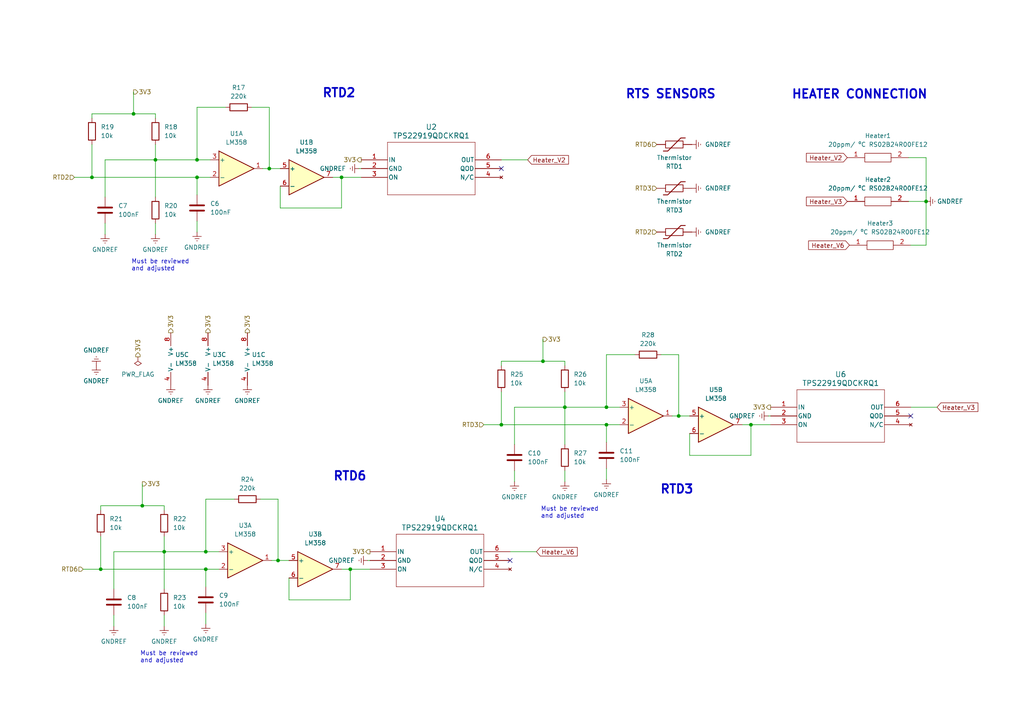
<source format=kicad_sch>
(kicad_sch (version 20230121) (generator eeschema)
  (paper "A4")
  (title_block (title "Heater Circuit") (date "2023-08-22") (comment 1 "Vitória Beatriz Bianchin <vitoriabbianchin@gmail.com>"))
  (lib_symbols
    (symbol "Amplifier_Operational:LM358" (pin_names (offset 0.127))
      (property "Reference" "U" (at 0 5.08 0))
      (property "Value" "LM358" (at 0 -5.08 0))
      (symbol "LM358_1_1"
        (polyline (pts (xy -5.08 5.08) (xy 5.08 0) (xy -5.08 -5.08) (xy -5.08 5.08)) (stroke (width 0.254)) (fill (type background)))
        (pin output line (at 7.62 0 180) (length 2.54) (name "~") (number "1"))
        (pin input line (at -7.62 -2.54 0) (length 2.54) (name "-") (number "2"))
        (pin input line (at -7.62 2.54 0) (length 2.54) (name "+") (number "3"))
      )
      (symbol "LM358_2_1"
        (polyline (pts (xy -5.08 5.08) (xy 5.08 0) (xy -5.08 -5.08) (xy -5.08 5.08)) (stroke (width 0.254)) (fill (type background)))
        (pin input line (at -7.62 2.54 0) (length 2.54) (name "+") (number "5"))
        (pin input line (at -7.62 -2.54 0) (length 2.54) (name "-") (number "6"))
        (pin output line (at 7.62 0 180) (length 2.54) (name "~") (number "7"))
      )
      (symbol "LM358_3_1"
        (pin power_in line (at -2.54 -7.62 90) (length 3.81) (name "V-") (number "4"))
        (pin power_in line (at -2.54 7.62 270) (length 3.81) (name "V+") (number "8"))
      )
    )
    (symbol "Device:C" (pin_numbers hide) (pin_names (offset 0.254))
      (property "Reference" "C" (at 0.635 2.54 0))
      (property "Value" "C" (at 0.635 -2.54 0))
      (symbol "C_0_1"
        (polyline (pts (xy -2.032 -0.762) (xy 2.032 -0.762)) (stroke (width 0.508)))
        (polyline (pts (xy -2.032 0.762) (xy 2.032 0.762)) (stroke (width 0.508)))
      )
      (symbol "C_1_1"
        (pin passive line (at 0 3.81 270) (length 2.794) (name "~") (number "1"))
        (pin passive line (at 0 -3.81 90) (length 2.794) (name "~") (number "2"))
      )
    )
    (symbol "Device:R" (pin_numbers hide) (pin_names (offset 0))
      (property "Reference" "R" (at 2.032 0 90))
      (property "Value" "R" (at 0 0 90))
      (symbol "R_0_1"
        (rectangle (start -1.016 -2.54) (end 1.016 2.54) (stroke (width 0.254)))
      )
      (symbol "R_1_1"
        (pin passive line (at 0 3.81 270) (length 1.27) (name "~") (number "1"))
        (pin passive line (at 0 -3.81 90) (length 1.27) (name "~") (number "2"))
      )
    )
    (symbol "Device:Thermistor" (pin_numbers hide) (pin_names (offset 0))
      (property "Reference" "TH" (at 2.54 1.27 90))
      (property "Value" "Thermistor" (at -2.54 0 90))
      (symbol "Thermistor_0_1"
        (rectangle (start -1.016 2.54) (end 1.016 -2.54) (stroke (width 0.2032)))
        (polyline (pts (xy -1.905 3.175) (xy -1.905 1.905) (xy 1.905 -1.905) (xy 1.905 -3.175) (xy 1.905 -3.175)) (stroke (width 0.254)))
      )
      (symbol "Thermistor_1_1"
        (pin passive line (at 0 5.08 270) (length 2.54) (name "~") (number "1"))
        (pin passive line (at 0 -5.08 90) (length 2.54) (name "~") (number "2"))
      )
    )
    (symbol "RS02B24R00FE12:RS02B24R00FE12" (pin_names (offset 0.762))
      (property "Reference" "R" (at 13.97 6.35 0))
      (property "Value" "RS02B24R00FE12" (at 13.97 3.81 0))
      (symbol "RS02B24R00FE12_0_0"
        (pin passive line (at 0 0 0) (length 5.08) (name "~") (number "1"))
        (pin passive line (at 17.78 0 180) (length 5.08) (name "~") (number "2"))
      )
      (symbol "RS02B24R00FE12_0_1"
        (polyline (pts (xy 5.08 1.27) (xy 12.7 1.27) (xy 12.7 -1.27) (xy 5.08 -1.27) (xy 5.08 1.27)) (stroke (width 0.1524)))
      )
    )
    (symbol "TPS22919QDCKRQ1:TPS22919QDCKRQ1" (pin_names (offset 0.254))
      (property "Reference" "U2" (at 20.32 9.525 0))
      (property "Value" "TPS22919QDCKRQ1" (at 20.32 6.985 0))
      (symbol "TPS22919QDCKRQ1_0_1"
        (polyline (pts (xy 7.62 -10.16) (xy 33.02 -10.16)) (stroke (width 0.127)))
        (polyline (pts (xy 7.62 5.08) (xy 7.62 -10.16)) (stroke (width 0.127)))
        (polyline (pts (xy 33.02 -10.16) (xy 33.02 5.08)) (stroke (width 0.127)))
        (polyline (pts (xy 33.02 5.08) (xy 7.62 5.08)) (stroke (width 0.127)))
        (pin unspecified line (at 0 0 0) (length 7.62) (name "IN") (number "1"))
        (pin unspecified line (at 0 -5.08 0) (length 7.62) (name "ON") (number "3"))
        (pin no_connect line (at 40.64 -5.08 180) (length 7.62) (name "N/C") (number "4"))
        (pin unspecified line (at 40.64 -2.54 180) (length 7.62) (name "QOD") (number "5"))
        (pin output line (at 40.64 0 180) (length 7.62) (name "OUT") (number "6"))
      )
      (symbol "TPS22919QDCKRQ1_1_1"
        (pin passive line (at 0 -2.54 0) (length 7.62) (name "GND") (number "2"))
      )
    )
    (symbol "TPS22919QDCKRQ1_1" (pin_names (offset 0.254))
      (property "Reference" "U4" (at 20.32 9.525 0))
      (property "Value" "TPS22919QDCKRQ1" (at 20.32 6.985 0))
      (symbol "TPS22919QDCKRQ1_1_0_1"
        (polyline (pts (xy 7.62 -10.16) (xy 33.02 -10.16)) (stroke (width 0.127)))
        (polyline (pts (xy 7.62 5.08) (xy 7.62 -10.16)) (stroke (width 0.127)))
        (polyline (pts (xy 33.02 -10.16) (xy 33.02 5.08)) (stroke (width 0.127)))
        (polyline (pts (xy 33.02 5.08) (xy 7.62 5.08)) (stroke (width 0.127)))
        (pin unspecified line (at 0 0 0) (length 7.62) (name "IN") (number "1"))
        (pin unspecified line (at 0 -5.08 0) (length 7.62) (name "ON") (number "3"))
        (pin no_connect line (at 40.64 -5.08 180) (length 7.62) (name "N/C") (number "4"))
        (pin unspecified line (at 40.64 -2.54 180) (length 7.62) (name "QOD") (number "5"))
        (pin output line (at 40.64 0 180) (length 7.62) (name "OUT") (number "6"))
      )
      (symbol "TPS22919QDCKRQ1_1_1_1"
        (pin passive line (at 0 -2.54 0) (length 7.62) (name "GND") (number "2"))
      )
    )
    (symbol "TPS22919QDCKRQ1_2" (pin_names (offset 0.254))
      (property "Reference" "U6" (at 20.32 9.525 0))
      (property "Value" "TPS22919QDCKRQ1" (at 20.32 6.985 0))
      (symbol "TPS22919QDCKRQ1_2_0_1"
        (polyline (pts (xy 7.62 -10.16) (xy 33.02 -10.16)) (stroke (width 0.127)))
        (polyline (pts (xy 7.62 5.08) (xy 7.62 -10.16)) (stroke (width 0.127)))
        (polyline (pts (xy 33.02 -10.16) (xy 33.02 5.08)) (stroke (width 0.127)))
        (polyline (pts (xy 33.02 5.08) (xy 7.62 5.08)) (stroke (width 0.127)))
        (pin unspecified line (at 0 0 0) (length 7.62) (name "IN") (number "1"))
        (pin unspecified line (at 0 -5.08 0) (length 7.62) (name "ON") (number "3"))
        (pin no_connect line (at 40.64 -5.08 180) (length 7.62) (name "N/C") (number "4"))
        (pin unspecified line (at 40.64 -2.54 180) (length 7.62) (name "QOD") (number "5"))
        (pin output line (at 40.64 0 180) (length 7.62) (name "OUT") (number "6"))
      )
      (symbol "TPS22919QDCKRQ1_2_1_1"
        (pin passive line (at 0 -2.54 0) (length 7.62) (name "GND") (number "2"))
      )
    )
    (symbol "power:GNDREF" (power) (pin_names (offset 0))
      (property "Value" "GNDREF" (at 0 -3.81 0))
      (symbol "GNDREF_0_1"
        (polyline (pts (xy -0.635 -1.905) (xy 0.635 -1.905)))
        (polyline (pts (xy -0.127 -2.54) (xy 0.127 -2.54)))
        (polyline (pts (xy 0 -1.27) (xy 0 0)))
        (polyline (pts (xy 1.27 -1.27) (xy -1.27 -1.27)))
      )
      (symbol "GNDREF_1_1"
        (pin power_in line (at 0 0 270) (length 0) hide (name "GNDREF") (number "1"))
      )
    )
    (symbol "power:PWR_FLAG" (power) (pin_numbers hide) (pin_names (offset 0) hide)
      (property "Value" "PWR_FLAG" (at 0 3.81 0))
      (symbol "PWR_FLAG_0_0"
        (pin power_out line (at 0 0 90) (length 0) (name "pwr") (number "1"))
      )
      (symbol "PWR_FLAG_0_1"
        (polyline (pts (xy 0 0) (xy 0 1.27) (xy -1.016 1.905) (xy 0 2.54) (xy 1.016 1.905) (xy 0 1.27)))
      )
    )
  )
  (junction (at 59.69 160.02))
  (junction (at 45.085 46.355))
  (junction (at 57.15 51.435))
  (junction (at 217.805 123.19))
  (junction (at 26.67 51.435))
  (junction (at 99.06 51.435))
  (junction (at 80.645 162.56))
  (junction (at 57.15 46.355))
  (junction (at 145.415 123.19))
  (junction (at 47.625 160.02))
  (junction (at 29.21 165.1))
  (junction (at 41.275 146.685))
  (junction (at 101.6 165.1))
  (junction (at 163.83 118.11))
  (junction (at 196.85 120.65))
  (junction (at 268.605 58.42))
  (junction (at 78.105 48.895))
  (junction (at 59.69 165.1))
  (junction (at 175.895 123.19))
  (junction (at 175.895 118.11))
  (junction (at 157.48 104.775))
  (junction (at 38.735 33.02))
  (no_connect (at 147.955 162.56))
  (no_connect (at 264.16 120.65))
  (no_connect (at 145.415 48.895))
  (wire (pts (xy 223.52 120.65) (xy 222.885 120.65)))
  (wire (pts (xy 47.625 160.02) (xy 59.69 160.02)))
  (wire (pts (xy 99.06 60.325) (xy 81.28 60.325)))
  (wire (pts (xy 33.02 160.02) (xy 33.02 170.815)))
  (wire (pts (xy 101.6 165.1) (xy 107.315 165.1)))
  (wire (pts (xy 145.415 123.19) (xy 175.895 123.19)))
  (wire (pts (xy 215.265 123.19) (xy 217.805 123.19)))
  (wire (pts (xy 145.415 123.19) (xy 140.335 123.19)))
  (wire (pts (xy 196.85 102.87) (xy 191.77 102.87)))
  (wire (pts (xy 264.16 71.12) (xy 268.605 71.12)))
  (wire (pts (xy 59.69 144.78) (xy 67.945 144.78)))
  (wire (pts (xy 83.82 173.99) (xy 83.82 167.64)))
  (wire (pts (xy 45.085 41.91) (xy 45.085 46.355)))
  (wire (pts (xy 149.225 118.11) (xy 163.83 118.11)))
  (wire (pts (xy 76.2 48.895) (xy 78.105 48.895)))
  (wire (pts (xy 45.085 64.77) (xy 45.085 67.945)))
  (wire (pts (xy 78.105 48.895) (xy 78.105 31.115)))
  (wire (pts (xy 45.085 33.02) (xy 38.735 33.02)))
  (wire (pts (xy 59.69 177.8) (xy 59.69 180.975)))
  (wire (pts (xy 30.48 46.355) (xy 30.48 57.15)))
  (wire (pts (xy 163.83 106.045) (xy 163.83 104.775)))
  (wire (pts (xy 175.895 123.19) (xy 175.895 128.27)))
  (wire (pts (xy 80.645 144.78) (xy 75.565 144.78)))
  (wire (pts (xy 99.06 51.435) (xy 99.06 60.325)))
  (wire (pts (xy 175.895 123.19) (xy 179.705 123.19)))
  (wire (pts (xy 101.6 165.1) (xy 101.6 173.99)))
  (wire (pts (xy 47.625 147.955) (xy 47.625 146.685)))
  (wire (pts (xy 57.15 46.355) (xy 60.96 46.355)))
  (wire (pts (xy 99.06 165.1) (xy 101.6 165.1)))
  (wire (pts (xy 268.605 71.12) (xy 268.605 58.42)))
  (wire (pts (xy 106.68 162.56) (xy 107.315 162.56)))
  (wire (pts (xy 47.625 160.02) (xy 47.625 170.815)))
  (wire (pts (xy 145.415 104.775) (xy 145.415 106.045)))
  (wire (pts (xy 47.625 146.685) (xy 41.275 146.685)))
  (wire (pts (xy 96.52 51.435) (xy 99.06 51.435)))
  (wire (pts (xy 33.02 178.435) (xy 33.02 181.61)))
  (wire (pts (xy 26.67 51.435) (xy 57.15 51.435)))
  (wire (pts (xy 57.15 51.435) (xy 57.15 56.515)))
  (wire (pts (xy 81.28 60.325) (xy 81.28 53.975)))
  (wire (pts (xy 26.67 33.02) (xy 26.67 34.29)))
  (wire (pts (xy 145.415 104.775) (xy 157.48 104.775)))
  (wire (pts (xy 145.415 113.665) (xy 145.415 123.19)))
  (wire (pts (xy 163.83 118.11) (xy 163.83 128.905)))
  (wire (pts (xy 29.21 146.685) (xy 41.275 146.685)))
  (wire (pts (xy 29.21 155.575) (xy 29.21 165.1)))
  (wire (pts (xy 196.85 120.65) (xy 196.85 102.87)))
  (wire (pts (xy 59.69 165.1) (xy 59.69 170.18)))
  (wire (pts (xy 175.895 135.89) (xy 175.895 139.065)))
  (wire (pts (xy 149.225 118.11) (xy 149.225 128.905)))
  (wire (pts (xy 30.48 46.355) (xy 45.085 46.355)))
  (wire (pts (xy 29.21 146.685) (xy 29.21 147.955)))
  (wire (pts (xy 45.085 34.29) (xy 45.085 33.02)))
  (wire (pts (xy 57.15 31.115) (xy 65.405 31.115)))
  (wire (pts (xy 33.02 160.02) (xy 47.625 160.02)))
  (wire (pts (xy 175.895 118.11) (xy 175.895 102.87)))
  (wire (pts (xy 57.15 64.135) (xy 57.15 67.31)))
  (wire (pts (xy 99.06 51.435) (xy 104.775 51.435)))
  (wire (pts (xy 263.525 58.42) (xy 268.605 58.42)))
  (wire (pts (xy 163.83 113.665) (xy 163.83 118.11)))
  (wire (pts (xy 38.735 26.67) (xy 38.735 33.02)))
  (wire (pts (xy 263.525 45.72) (xy 268.605 45.72)))
  (wire (pts (xy 104.14 48.895) (xy 104.775 48.895)))
  (wire (pts (xy 47.625 178.435) (xy 47.625 181.61)))
  (wire (pts (xy 200.025 132.08) (xy 200.025 125.73)))
  (wire (pts (xy 217.805 123.19) (xy 223.52 123.19)))
  (wire (pts (xy 194.945 120.65) (xy 196.85 120.65)))
  (wire (pts (xy 78.105 48.895) (xy 81.28 48.895)))
  (wire (pts (xy 145.415 46.355) (xy 153.035 46.355)))
  (wire (pts (xy 175.895 102.87) (xy 184.15 102.87)))
  (wire (pts (xy 47.625 155.575) (xy 47.625 160.02)))
  (wire (pts (xy 59.69 165.1) (xy 63.5 165.1)))
  (wire (pts (xy 29.21 165.1) (xy 59.69 165.1)))
  (wire (pts (xy 149.225 136.525) (xy 149.225 139.7)))
  (wire (pts (xy 78.105 31.115) (xy 73.025 31.115)))
  (wire (pts (xy 264.16 118.11) (xy 271.78 118.11)))
  (wire (pts (xy 163.83 104.775) (xy 157.48 104.775)))
  (wire (pts (xy 217.805 132.08) (xy 200.025 132.08)))
  (wire (pts (xy 41.275 140.335) (xy 41.275 146.685)))
  (wire (pts (xy 57.15 46.355) (xy 57.15 31.115)))
  (wire (pts (xy 29.21 165.1) (xy 24.13 165.1)))
  (wire (pts (xy 59.69 160.02) (xy 59.69 144.78)))
  (wire (pts (xy 175.895 118.11) (xy 179.705 118.11)))
  (wire (pts (xy 57.15 51.435) (xy 60.96 51.435)))
  (wire (pts (xy 217.805 123.19) (xy 217.805 132.08)))
  (wire (pts (xy 147.955 160.02) (xy 155.575 160.02)))
  (wire (pts (xy 26.67 41.91) (xy 26.67 51.435)))
  (wire (pts (xy 163.83 118.11) (xy 175.895 118.11)))
  (wire (pts (xy 163.83 136.525) (xy 163.83 139.7)))
  (wire (pts (xy 80.645 162.56) (xy 83.82 162.56)))
  (wire (pts (xy 26.67 51.435) (xy 21.59 51.435)))
  (wire (pts (xy 59.69 160.02) (xy 63.5 160.02)))
  (wire (pts (xy 78.74 162.56) (xy 80.645 162.56)))
  (wire (pts (xy 101.6 173.99) (xy 83.82 173.99)))
  (wire (pts (xy 196.85 120.65) (xy 200.025 120.65)))
  (wire (pts (xy 26.67 33.02) (xy 38.735 33.02)))
  (wire (pts (xy 45.085 46.355) (xy 57.15 46.355)))
  (wire (pts (xy 268.605 45.72) (xy 268.605 58.42)))
  (wire (pts (xy 45.085 46.355) (xy 45.085 57.15)))
  (wire (pts (xy 30.48 64.77) (xy 30.48 67.945)))
  (wire (pts (xy 157.48 98.425) (xy 157.48 104.775)))
  (wire (pts (xy 80.645 162.56) (xy 80.645 144.78)))
  (text "HEATER CONNECTION" (at 229.4715 28.931 0) (effects (font (size 2.5 2.5) (thickness 0.5) bold) (justify left bottom)))
  (text "Must be reviewed \nand adjusted" (at 38.1 78.74 0) (effects (font (size 1.27 1.27)) (justify left bottom)))
  (text "RTS SENSORS\n" (at 181.2877 28.8605 0) (effects (font (size 2.5 2.5) (thickness 0.5) bold) (justify left bottom)))
  (text "Must be reviewed \nand adjusted" (at 156.845 150.495 0) (effects (font (size 1.27 1.27)) (justify left bottom)))
  (text "RTD2" (at 93.345 28.575 0) (effects (font (size 2.5 2.5) (thickness 0.5) bold) (justify left bottom)))
  (text "RTD3" (at 201.295 143.51 0) (effects (font (size 2.5 2.5) (thickness 0.5) bold) (justify right bottom)))
  (text "Must be reviewed \nand adjusted" (at 40.64 192.405 0) (effects (font (size 1.27 1.27)) (justify left bottom)))
  (text "RTD6" (at 96.52 139.7 0) (effects (font (size 2.5 2.5) (thickness 0.5) bold) (justify left bottom)))
  (global_label "Heater_V6" (shape input) (at 155.575 160.02 0) (property "Intersheetrefs" "${INTERSHEET_REFS}" (effects hide)))
  (global_label "Heater_V3" (shape input) (at 245.745 58.42 180) (property "Intersheetrefs" "${INTERSHEET_REFS}" (effects hide)))
  (global_label "Heater_V2" (shape input) (at 153.035 46.355 0) (property "Intersheetrefs" "${INTERSHEET_REFS}" (effects hide)))
  (global_label "Heater_V3" (shape input) (at 271.78 118.11 0) (property "Intersheetrefs" "${INTERSHEET_REFS}" (effects hide)))
  (global_label "Heater_V2" (shape input) (at 245.745 45.72 180) (property "Intersheetrefs" "${INTERSHEET_REFS}" (effects hide)))
  (global_label "Heater_V6" (shape input) (at 246.38 71.12 180) (property "Intersheetrefs" "${INTERSHEET_REFS}" (effects hide)))
  (hierarchical_label "3V3" (shape output) (at 157.48 98.425 0))
  (hierarchical_label "3V3" (shape output) (at 41.275 140.335 0))
  (hierarchical_label "RTD3" (shape input) (at 190.5 54.61 180))
  (hierarchical_label "3V3" (shape output) (at 104.775 46.355 180))
  (hierarchical_label "RTD2" (shape input) (at 21.59 51.435 180))
  (hierarchical_label "3V3" (shape output) (at 40.005 103.505 90))
  (hierarchical_label "RTD6" (shape input) (at 190.5 41.91 180))
  (hierarchical_label "RTD3" (shape input) (at 140.335 123.19 180))
  (hierarchical_label "3V3" (shape output) (at 49.53 96.52 90))
  (hierarchical_label "3V3" (shape output) (at 107.315 160.02 180))
  (hierarchical_label "3V3" (shape output) (at 60.325 96.52 90))
  (hierarchical_label "RTD2" (shape input) (at 190.5 67.31 180))
  (hierarchical_label "3V3" (shape output) (at 223.52 118.11 180))
  (hierarchical_label "3V3" (shape output) (at 38.735 26.67 0))
  (hierarchical_label "RTD6" (shape input) (at 24.13 165.1 180))
  (hierarchical_label "3V3" (shape output) (at 71.755 96.52 90))
  (symbol (lib_id "Amplifier_Operational:LM358") (at 91.44 165.1 0) (unit 2)
    (property "Reference" "U3" (at 91.44 154.94 0))
    (property "Value" "LM358" (at 91.44 157.48 0))
    (property "Footprint" "Package_SO:SOIC-8_3.9x4.9mm_P1.27mm" (effects hide))
    (property "Datasheet" "http://www.ti.com/lit/ds/symlink/lm2904-n.pdf" (effects hide))
    (property "Partnumber" "LM358BIDR" (effects hide))
  )
  (symbol (lib_id "Amplifier_Operational:LM358") (at 52.07 104.14 0) (unit 3)
    (property "Reference" "U5" (at 50.8 102.87 0) (effects (justify left)))
    (property "Value" "LM358" (at 50.8 105.41 0) (effects (justify left)))
    (property "Footprint" "Package_SO:SOIC-8_3.9x4.9mm_P1.27mm" (effects hide))
    (property "Datasheet" "http://www.ti.com/lit/ds/symlink/lm2904-n.pdf" (effects hide))
    (property "Partnumber" "LM358BIDR" (effects hide))
  )
  (symbol (lib_id "power:PWR_FLAG") (at 40.005 103.505 180) (unit 1)
    (property "Reference" "#FLG04" (effects hide))
    (property "Value" "PWR_FLAG" (at 40.005 108.585 0))
  )
  (symbol (lib_id "Device:R") (at 163.83 109.855 180) (unit 1)
    (property "Reference" "R26" (at 166.37 108.585 0) (effects (justify right)))
    (property "Value" "10k" (at 166.37 111.125 0) (effects (justify right)))
    (property "Footprint" "Resistor_SMD:R_0603_1608Metric_Pad0.98x0.95mm_HandSolder" (effects hide))
  )
  (symbol (lib_id "power:GNDREF") (at 200.66 67.31 90) (unit 1)
    (property "Reference" "#PWR03" (effects hide))
    (property "Value" "GNDREF" (at 204.47 67.31 90) (effects (justify right)))
    (instances (project "bat-module" (path "" (reference "#PWR03") (unit 1)) (path "" (reference "#PWR04") (unit 1)) (path "" (reference "#PWR013") (unit 1))))
  )
  (symbol (lib_id "Device:R") (at 69.215 31.115 90) (unit 1)
    (property "Reference" "R17" (at 69.215 25.4 90))
    (property "Value" "220k" (at 69.215 27.94 90))
    (property "Footprint" "Resistor_SMD:R_0603_1608Metric_Pad0.98x0.95mm_HandSolder" (effects hide))
  )
  (symbol (lib_id "Device:C") (at 57.15 60.325 0) (unit 1)
    (property "Reference" "C6" (at 60.96 59.055 0) (effects (justify left)))
    (property "Value" "100nF" (at 60.96 61.595 0) (effects (justify left)))
    (property "Footprint" "Capacitor_SMD:C_0603_1608Metric_Pad1.08x0.95mm_HandSolder" (effects hide))
  )
  (symbol (lib_id "power:GNDREF") (at 57.15 67.31 0) (unit 1)
    (property "Reference" "#PWR03" (effects hide))
    (property "Value" "GNDREF" (at 57.15 71.755 0))
    (instances (project "bat-module" (path "" (reference "#PWR03") (unit 1)) (path "" (reference "#PWR04") (unit 1)) (path "" (reference "#PWR020") (unit 1))))
  )
  (symbol (lib_id "power:GNDREF") (at 27.94 106.045 0) (unit 1)
    (property "Reference" "#PWR03" (effects hide))
    (property "Value" "GNDREF" (at 27.94 110.49 0))
    (instances (project "bat-module" (path "" (reference "#PWR03") (unit 1)) (path "" (reference "#PWR04") (unit 1)) (path "" (reference "#PWR034") (unit 1))))
  )
  (symbol (lib_id "RS02B24R00FE12:RS02B24R00FE12") (at 245.745 45.72 0) (unit 1)
    (property "Reference" "Heater1" (at 254.635 39.37 0))
    (property "Value" "20ppm/ ºC RS02B24R00FE12" (at 254.635 41.91 0))
    (property "Footprint" "footprints:RS02B24R00FE12" (effects hide))
    (property "Datasheet" "https://www.vishay.com/docs/30204/rsns.pdf" (effects hide))
    (property "Description" "Wirewound Resistors, Industrial, Precision Power, Silicone Coated, Axial Lead" (effects hide))
    (property "Manufacturer_Name" "Vishay" (effects hide))
    (property "Manufacturer_Part_Number" "RS02B24R00FE12" (effects hide))
    (instances (project "bat-module" (path "" (reference "Heater1") (unit 1)) (path "" (reference "Heater6") (unit 1))))
  )
  (symbol (lib_id "RS02B24R00FE12:RS02B24R00FE12") (at 246.38 71.12 0) (unit 1)
    (property "Reference" "Heater3" (at 255.27 64.77 0))
    (property "Value" "20ppm/ ºC RS02B24R00FE12" (at 255.27 67.31 0))
    (property "Footprint" "footprints:RS02B24R00FE12" (effects hide))
    (property "Datasheet" "https://www.vishay.com/docs/30204/rsns.pdf" (effects hide))
    (property "Description" "Wirewound Resistors, Industrial, Precision Power, Silicone Coated, Axial Lead" (effects hide))
    (property "Manufacturer_Name" "Vishay" (effects hide))
    (property "Manufacturer_Part_Number" "RS02B24R00FE12" (effects hide))
    (instances (project "bat-module" (path "" (reference "Heater3") (unit 1)) (path "" (reference "Heater2") (unit 1))))
  )
  (symbol (lib_id "Amplifier_Operational:LM358") (at 207.645 123.19 0) (unit 2)
    (property "Reference" "U5" (at 207.645 113.03 0))
    (property "Value" "LM358" (at 207.645 115.57 0))
    (property "Footprint" "Package_SO:SOIC-8_3.9x4.9mm_P1.27mm" (effects hide))
    (property "Datasheet" "http://www.ti.com/lit/ds/symlink/lm2904-n.pdf" (effects hide))
    (property "Partnumber" "LM358BIDR" (effects hide))
  )
  (symbol (lib_id "power:GNDREF") (at 200.66 41.91 90) (unit 1)
    (property "Reference" "#PWR03" (effects hide))
    (property "Value" "GNDREF" (at 204.47 41.91 90) (effects (justify right)))
    (instances (project "bat-module" (path "" (reference "#PWR03") (unit 1)) (path "" (reference "#PWR04") (unit 1)) (path "" (reference "#PWR07") (unit 1))))
  )
  (symbol (lib_id "Device:Thermistor") (at 195.58 54.61 270) (unit 1)
    (property "Reference" "RTD3" (at 195.58 60.96 90))
    (property "Value" "Thermistor" (at 195.58 58.42 90))
    (property "Footprint" "Resistor_SMD:R_1206_3216Metric_Pad1.30x1.75mm_HandSolder" (effects hide))
    (instances (project "bat-module" (path "" (reference "RTD3") (unit 1)) (path "" (reference "RTD5") (unit 1))))
  )
  (symbol (lib_id "power:GNDREF") (at 27.94 106.045 180) (unit 1)
    (property "Reference" "#PWR03" (effects hide))
    (property "Value" "GNDREF" (at 27.94 101.6 0))
    (instances (project "bat-module" (path "" (reference "#PWR03") (unit 1)) (path "" (reference "#PWR04") (unit 1)) (path "" (reference "#PWR035") (unit 1))))
  )
  (symbol (lib_id "power:GNDREF") (at 59.69 180.975 0) (unit 1)
    (property "Reference" "#PWR03" (effects hide))
    (property "Value" "GNDREF" (at 59.69 185.42 0))
    (instances (project "bat-module" (path "" (reference "#PWR03") (unit 1)) (path "" (reference "#PWR04") (unit 1)) (path "" (reference "#PWR025") (unit 1))))
  )
  (symbol (lib_id "power:GNDREF") (at 60.325 111.76 0) (unit 1)
    (property "Reference" "#PWR03" (effects hide))
    (property "Value" "GNDREF" (at 60.325 116.205 0))
    (instances (project "bat-module" (path "" (reference "#PWR03") (unit 1)) (path "" (reference "#PWR04") (unit 1)) (path "" (reference "#PWR032") (unit 1))))
  )
  (symbol (lib_id "power:GNDREF") (at 47.625 181.61 0) (unit 1)
    (property "Reference" "#PWR03" (effects hide))
    (property "Value" "GNDREF" (at 47.625 186.055 0))
    (instances (project "bat-module" (path "" (reference "#PWR03") (unit 1)) (path "" (reference "#PWR04") (unit 1)) (path "" (reference "#PWR023") (unit 1))))
  )
  (symbol (lib_id "power:GNDREF") (at 104.14 48.895 270) (unit 1)
    (property "Reference" "#PWR03" (effects hide))
    (property "Value" "GNDREF" (at 100.33 48.895 90) (effects (justify right)))
    (instances (project "bat-module" (path "" (reference "#PWR03") (unit 1)) (path "" (reference "#PWR04") (unit 1)) (path "" (reference "#PWR06") (unit 1))))
  )
  (symbol (lib_id "Device:C") (at 149.225 132.715 0) (unit 1)
    (property "Reference" "C10" (at 153.035 131.445 0) (effects (justify left)))
    (property "Value" "100nF" (at 153.035 133.985 0) (effects (justify left)))
    (property "Footprint" "Capacitor_SMD:C_0603_1608Metric_Pad1.08x0.95mm_HandSolder" (effects hide))
  )
  (symbol (lib_id "Device:R") (at 45.085 60.96 180) (unit 1)
    (property "Reference" "R20" (at 47.625 59.69 0) (effects (justify right)))
    (property "Value" "10k" (at 47.625 62.23 0) (effects (justify right)))
    (property "Footprint" "Resistor_SMD:R_0603_1608Metric_Pad0.98x0.95mm_HandSolder" (effects hide))
  )
  (symbol (lib_id "Device:R") (at 187.96 102.87 90) (unit 1)
    (property "Reference" "R28" (at 187.96 97.155 90))
    (property "Value" "220k" (at 187.96 99.695 90))
    (property "Footprint" "Resistor_SMD:R_0603_1608Metric_Pad0.98x0.95mm_HandSolder" (effects hide))
  )
  (symbol (lib_id "power:GNDREF") (at 71.755 111.76 0) (unit 1)
    (property "Reference" "#PWR03" (effects hide))
    (property "Value" "GNDREF" (at 71.755 116.205 0))
    (instances (project "bat-module" (path "" (reference "#PWR03") (unit 1)) (path "" (reference "#PWR04") (unit 1)) (path "" (reference "#PWR033") (unit 1))))
  )
  (symbol (lib_id "Device:C") (at 175.895 132.08 0) (unit 1)
    (property "Reference" "C11" (at 179.705 130.81 0) (effects (justify left)))
    (property "Value" "100nF" (at 179.705 133.35 0) (effects (justify left)))
    (property "Footprint" "Capacitor_SMD:C_0603_1608Metric_Pad1.08x0.95mm_HandSolder" (effects hide))
  )
  (symbol (lib_id "power:GNDREF") (at 49.53 111.76 0) (unit 1)
    (property "Reference" "#PWR03" (effects hide))
    (property "Value" "GNDREF" (at 49.53 116.205 0))
    (instances (project "bat-module" (path "" (reference "#PWR03") (unit 1)) (path "" (reference "#PWR04") (unit 1)) (path "" (reference "#PWR016") (unit 1))))
  )
  (symbol (lib_id "power:GNDREF") (at 175.895 139.065 0) (unit 1)
    (property "Reference" "#PWR03" (effects hide))
    (property "Value" "GNDREF" (at 175.895 143.51 0))
    (instances (project "bat-module" (path "" (reference "#PWR03") (unit 1)) (path "" (reference "#PWR04") (unit 1)) (path "" (reference "#PWR031") (unit 1))))
  )
  (symbol (lib_id "RS02B24R00FE12:RS02B24R00FE12") (at 245.745 58.42 0) (unit 1)
    (property "Reference" "Heater2" (at 254.635 52.07 0))
    (property "Value" "20ppm/ ºC RS02B24R00FE12" (at 254.635 54.61 0))
    (property "Footprint" "footprints:RS02B24R00FE12" (effects hide))
    (property "Datasheet" "https://www.vishay.com/docs/30204/rsns.pdf" (effects hide))
    (property "Description" "Wirewound Resistors, Industrial, Precision Power, Silicone Coated, Axial Lead" (effects hide))
    (property "Manufacturer_Name" "Vishay" (effects hide))
    (property "Manufacturer_Part_Number" "RS02B24R00FE12" (effects hide))
    (instances (project "bat-module" (path "" (reference "Heater2") (unit 1)) (path "" (reference "Heater3") (unit 1))))
  )
  (symbol (lib_name "TPS22919QDCKRQ1_1") (lib_id "TPS22919QDCKRQ1:TPS22919QDCKRQ1") (at 107.315 160.02 0) (unit 1)
    (property "Reference" "U4" (at 127.635 150.495 0) (effects (font (size 1.524 1.524))))
    (property "Value" "TPS22919QDCKRQ1" (at 127.635 153.035 0) (effects (font (size 1.524 1.524))))
    (property "Footprint" "footprints:TPS22919QDCKRQ1" (effects hide))
    (property "Datasheet" "TPS22919QDCKRQ1" (effects hide))
  )
  (symbol (lib_id "Device:R") (at 71.755 144.78 90) (unit 1)
    (property "Reference" "R24" (at 71.755 139.065 90))
    (property "Value" "220k" (at 71.755 141.605 90))
    (property "Footprint" "Resistor_SMD:R_0603_1608Metric_Pad0.98x0.95mm_HandSolder" (effects hide))
  )
  (symbol (lib_id "power:GNDREF") (at 222.885 120.65 270) (unit 1)
    (property "Reference" "#PWR03" (effects hide))
    (property "Value" "GNDREF" (at 219.075 120.65 90) (effects (justify right)))
    (instances (project "bat-module" (path "" (reference "#PWR03") (unit 1)) (path "" (reference "#PWR04") (unit 1)) (path "" (reference "#PWR014") (unit 1))))
  )
  (symbol (lib_id "Device:C") (at 33.02 174.625 0) (unit 1)
    (property "Reference" "C8" (at 36.83 173.355 0) (effects (justify left)))
    (property "Value" "100nF" (at 36.83 175.895 0) (effects (justify left)))
    (property "Footprint" "Capacitor_SMD:C_0603_1608Metric_Pad1.08x0.95mm_HandSolder" (effects hide))
  )
  (symbol (lib_id "Device:R") (at 47.625 174.625 180) (unit 1)
    (property "Reference" "R23" (at 50.165 173.355 0) (effects (justify right)))
    (property "Value" "10k" (at 50.165 175.895 0) (effects (justify right)))
    (property "Footprint" "Resistor_SMD:R_0603_1608Metric_Pad0.98x0.95mm_HandSolder" (effects hide))
  )
  (symbol (lib_id "Device:R") (at 29.21 151.765 180) (unit 1)
    (property "Reference" "R21" (at 31.75 150.495 0) (effects (justify right)))
    (property "Value" "10k" (at 31.75 153.035 0) (effects (justify right)))
    (property "Footprint" "Resistor_SMD:R_0603_1608Metric_Pad0.98x0.95mm_HandSolder" (effects hide))
  )
  (symbol (lib_name "TPS22919QDCKRQ1_2") (lib_id "TPS22919QDCKRQ1:TPS22919QDCKRQ1") (at 223.52 118.11 0) (unit 1)
    (property "Reference" "U6" (at 243.84 108.585 0) (effects (font (size 1.524 1.524))))
    (property "Value" "TPS22919QDCKRQ1" (at 243.84 111.125 0) (effects (font (size 1.524 1.524))))
    (property "Footprint" "footprints:TPS22919QDCKRQ1" (effects hide))
    (property "Datasheet" "TPS22919QDCKRQ1" (effects hide))
  )
  (symbol (lib_id "Device:R") (at 145.415 109.855 180) (unit 1)
    (property "Reference" "R25" (at 147.955 108.585 0) (effects (justify right)))
    (property "Value" "10k" (at 147.955 111.125 0) (effects (justify right)))
    (property "Footprint" "Resistor_SMD:R_0603_1608Metric_Pad0.98x0.95mm_HandSolder" (effects hide))
  )
  (symbol (lib_id "power:GNDREF") (at 106.68 162.56 270) (unit 1)
    (property "Reference" "#PWR03" (effects hide))
    (property "Value" "GNDREF" (at 102.87 162.56 90) (effects (justify right)))
    (instances (project "bat-module" (path "" (reference "#PWR03") (unit 1)) (path "" (reference "#PWR04") (unit 1)) (path "" (reference "#PWR028") (unit 1))))
  )
  (symbol (lib_id "Amplifier_Operational:LM358") (at 74.295 104.14 0) (unit 3)
    (property "Reference" "U1" (at 73.025 102.87 0) (effects (justify left)))
    (property "Value" "LM358" (at 73.025 105.41 0) (effects (justify left)))
    (property "Footprint" "Package_SO:SOIC-8_3.9x4.9mm_P1.27mm" (effects hide))
    (property "Datasheet" "http://www.ti.com/lit/ds/symlink/lm2904-n.pdf" (effects hide))
    (property "Partnumber" "LM358BIDR" (effects hide))
  )
  (symbol (lib_id "Device:R") (at 45.085 38.1 180) (unit 1)
    (property "Reference" "R18" (at 47.625 36.83 0) (effects (justify right)))
    (property "Value" "10k" (at 47.625 39.37 0) (effects (justify right)))
    (property "Footprint" "Resistor_SMD:R_0603_1608Metric_Pad0.98x0.95mm_HandSolder" (effects hide))
  )
  (symbol (lib_id "Device:R") (at 47.625 151.765 180) (unit 1)
    (property "Reference" "R22" (at 50.165 150.495 0) (effects (justify right)))
    (property "Value" "10k" (at 50.165 153.035 0) (effects (justify right)))
    (property "Footprint" "Resistor_SMD:R_0603_1608Metric_Pad0.98x0.95mm_HandSolder" (effects hide))
  )
  (symbol (lib_id "TPS22919QDCKRQ1:TPS22919QDCKRQ1") (at 104.775 46.355 0) (unit 1)
    (property "Reference" "U2" (at 125.095 36.83 0) (effects (font (size 1.524 1.524))))
    (property "Value" "TPS22919QDCKRQ1" (at 125.095 39.37 0) (effects (font (size 1.524 1.524))))
    (property "Footprint" "footprints:TPS22919QDCKRQ1" (effects hide))
    (property "Datasheet" "TPS22919QDCKRQ1" (effects hide))
  )
  (symbol (lib_id "Amplifier_Operational:LM358") (at 88.9 51.435 0) (unit 2)
    (property "Reference" "U1" (at 88.9 41.275 0))
    (property "Value" "LM358" (at 88.9 43.815 0))
    (property "Footprint" "Package_SO:SOIC-8_3.9x4.9mm_P1.27mm" (effects hide))
    (property "Datasheet" "http://www.ti.com/lit/ds/symlink/lm2904-n.pdf" (effects hide))
    (property "Partnumber" "LM358BIDR" (effects hide))
  )
  (symbol (lib_id "Amplifier_Operational:LM358") (at 71.12 162.56 0) (unit 1)
    (property "Reference" "U3" (at 71.12 152.4 0))
    (property "Value" "LM358" (at 71.12 154.94 0))
    (property "Footprint" "Package_SO:SOIC-8_3.9x4.9mm_P1.27mm" (effects hide))
    (property "Datasheet" "http://www.ti.com/lit/ds/symlink/lm2904-n.pdf" (effects hide))
    (property "Partnumber" "LM358BIDR" (effects hide))
  )
  (symbol (lib_id "Amplifier_Operational:LM358") (at 187.325 120.65 0) (unit 1)
    (property "Reference" "U5" (at 187.325 110.49 0))
    (property "Value" "LM358" (at 187.325 113.03 0))
    (property "Footprint" "Package_SO:SOIC-8_3.9x4.9mm_P1.27mm" (effects hide))
    (property "Datasheet" "http://www.ti.com/lit/ds/symlink/lm2904-n.pdf" (effects hide))
    (property "Partnumber" "LM358BIDR" (effects hide))
  )
  (symbol (lib_id "power:GNDREF") (at 163.83 139.7 0) (unit 1)
    (property "Reference" "#PWR03" (effects hide))
    (property "Value" "GNDREF" (at 163.83 144.145 0))
    (instances (project "bat-module" (path "" (reference "#PWR03") (unit 1)) (path "" (reference "#PWR04") (unit 1)) (path "" (reference "#PWR029") (unit 1))))
  )
  (symbol (lib_id "Device:Thermistor") (at 195.58 41.91 270) (unit 1)
    (property "Reference" "RTD1" (at 195.58 48.26 90))
    (property "Value" "Thermistor" (at 195.58 45.72 90))
    (property "Footprint" "Resistor_SMD:R_1206_3216Metric_Pad1.30x1.75mm_HandSolder" (effects hide))
    (instances (project "bat-module" (path "" (reference "RTD1") (unit 1)) (path "" (reference "RTD6") (unit 1))))
  )
  (symbol (lib_id "Device:Thermistor") (at 195.58 67.31 270) (unit 1)
    (property "Reference" "RTD2" (at 195.58 73.66 90))
    (property "Value" "Thermistor" (at 195.58 71.12 90))
    (property "Footprint" "Resistor_SMD:R_1206_3216Metric_Pad1.30x1.75mm_HandSolder" (effects hide))
    (instances (project "bat-module" (path "" (reference "RTD2") (unit 1)) (path "" (reference "RTD4") (unit 1))))
  )
  (symbol (lib_id "power:GNDREF") (at 200.66 54.61 90) (unit 1)
    (property "Reference" "#PWR03" (effects hide))
    (property "Value" "GNDREF" (at 204.47 54.61 90) (effects (justify right)))
    (instances (project "bat-module" (path "" (reference "#PWR03") (unit 1)) (path "" (reference "#PWR04") (unit 1)) (path "" (reference "#PWR09") (unit 1))))
  )
  (symbol (lib_id "Device:R") (at 26.67 38.1 180) (unit 1)
    (property "Reference" "R19" (at 29.21 36.83 0) (effects (justify right)))
    (property "Value" "10k" (at 29.21 39.37 0) (effects (justify right)))
    (property "Footprint" "Resistor_SMD:R_0603_1608Metric_Pad0.98x0.95mm_HandSolder" (effects hide))
  )
  (symbol (lib_id "power:GNDREF") (at 30.48 67.945 0) (unit 1)
    (property "Reference" "#PWR03" (effects hide))
    (property "Value" "GNDREF" (at 30.48 72.39 0))
    (instances (project "bat-module" (path "" (reference "#PWR03") (unit 1)) (path "" (reference "#PWR04") (unit 1)) (path "" (reference "#PWR017") (unit 1))))
  )
  (symbol (lib_id "power:GNDREF") (at 149.225 139.7 0) (unit 1)
    (property "Reference" "#PWR03" (effects hide))
    (property "Value" "GNDREF" (at 149.225 144.145 0))
    (instances (project "bat-module" (path "" (reference "#PWR03") (unit 1)) (path "" (reference "#PWR04") (unit 1)) (path "" (reference "#PWR026") (unit 1))))
  )
  (symbol (lib_id "Device:R") (at 163.83 132.715 180) (unit 1)
    (property "Reference" "R27" (at 166.37 131.445 0) (effects (justify right)))
    (property "Value" "10k" (at 166.37 133.985 0) (effects (justify right)))
    (property "Footprint" "Resistor_SMD:R_0603_1608Metric_Pad0.98x0.95mm_HandSolder" (effects hide))
  )
  (symbol (lib_id "Device:C") (at 59.69 173.99 0) (unit 1)
    (property "Reference" "C9" (at 63.5 172.72 0) (effects (justify left)))
    (property "Value" "100nF" (at 63.5 175.26 0) (effects (justify left)))
    (property "Footprint" "Capacitor_SMD:C_0603_1608Metric_Pad1.08x0.95mm_HandSolder" (effects hide))
  )
  (symbol (lib_id "power:GNDREF") (at 33.02 181.61 0) (unit 1)
    (property "Reference" "#PWR03" (effects hide))
    (property "Value" "GNDREF" (at 33.02 186.055 0))
    (instances (project "bat-module" (path "" (reference "#PWR03") (unit 1)) (path "" (reference "#PWR04") (unit 1)) (path "" (reference "#PWR021") (unit 1))))
  )
  (symbol (lib_id "power:GNDREF") (at 268.605 58.42 90) (unit 1)
    (property "Reference" "#PWR03" (effects hide))
    (property "Value" "GNDREF" (at 271.78 58.42 90) (effects (justify right)))
    (instances (project "bat-module" (path "" (reference "#PWR03") (unit 1)) (path "" (reference "#PWR04") (unit 1)) (path "" (reference "#PWR08") (unit 1))))
  )
  (symbol (lib_id "Amplifier_Operational:LM358") (at 68.58 48.895 0) (unit 1)
    (property "Reference" "U1" (at 68.58 38.735 0))
    (property "Value" "LM358" (at 68.58 41.275 0))
    (property "Footprint" "Package_SO:SOIC-8_3.9x4.9mm_P1.27mm" (effects hide))
    (property "Datasheet" "http://www.ti.com/lit/ds/symlink/lm2904-n.pdf" (effects hide))
    (property "Partnumber" "LM358BIDR" (effects hide))
  )
  (symbol (lib_id "power:GNDREF") (at 45.085 67.945 0) (unit 1)
    (property "Reference" "#PWR03" (effects hide))
    (property "Value" "GNDREF" (at 45.085 72.39 0))
    (instances (project "bat-module" (path "" (reference "#PWR03") (unit 1)) (path "" (reference "#PWR04") (unit 1)) (path "" (reference "#PWR019") (unit 1))))
  )
  (symbol (lib_id "Amplifier_Operational:LM358") (at 62.865 104.14 0) (unit 3)
    (property "Reference" "U3" (at 61.595 102.87 0) (effects (justify left)))
    (property "Value" "LM358" (at 61.595 105.41 0) (effects (justify left)))
    (property "Footprint" "Package_SO:SOIC-8_3.9x4.9mm_P1.27mm" (effects hide))
    (property "Datasheet" "http://www.ti.com/lit/ds/symlink/lm2904-n.pdf" (effects hide))
    (property "Partnumber" "LM358BIDR" (effects hide))
  )
  (symbol (lib_id "Device:C") (at 30.48 60.96 0) (unit 1)
    (property "Reference" "C7" (at 34.29 59.69 0) (effects (justify left)))
    (property "Value" "100nF" (at 34.29 62.23 0) (effects (justify left)))
    (property "Footprint" "Capacitor_SMD:C_0603_1608Metric_Pad1.08x0.95mm_HandSolder" (effects hide))
  )
)
</source>
